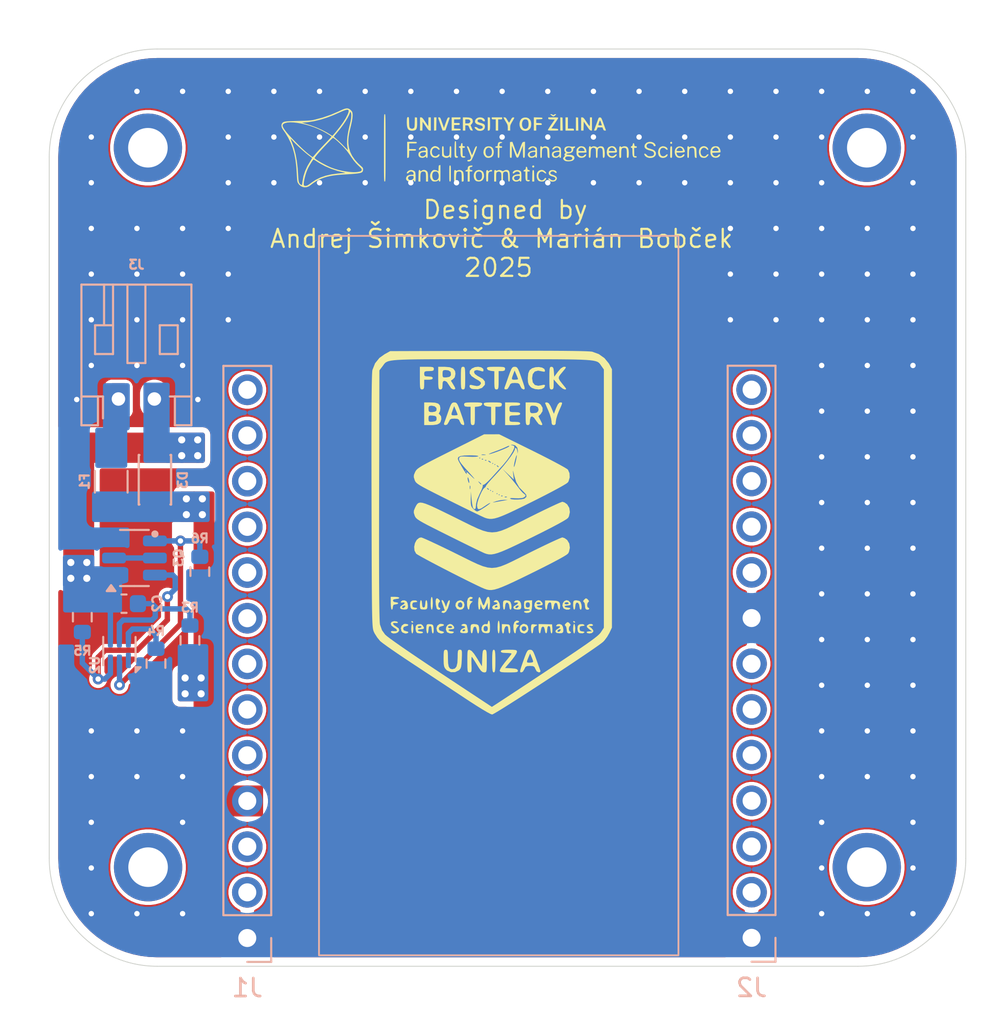
<source format=kicad_pcb>
(kicad_pcb (version 20241229) (generator "pcbnew") (generator_version "9.0")
  (layers (0 "F.Cu" signal) (2 "B.Cu" signal) (13 "F.Paste" user) (15 "B.Paste" user) (5 "F.SilkS" user "F.Silkscreen") (7 "B.SilkS" user "B.Silkscreen") (1 "F.Mask" user) (3 "B.Mask" user) (25 "Edge.Cuts" user))
  (net 0 "")
  (net 1 "SD_CS")
  (net 2 "UART0_TX")
  (net 3 "UART0_RX")
  (net 4 "MISO")
  (net 5 "MOSI")
  (net 6 "CAN_L")
  (net 7 "FLASH_RST")
  (net 8 "CAN_H")
  (net 9 "SCK")
  (net 10 "CS")
  (net 11 "SDA")
  (net 12 "FLASH_BOOT")
  (net 13 "SCL")
  (net 14 "USB_P_HD")
  (net 15 "USB_N_HD")
  (net 16 "GPIO17")
  (net 17 "CELL-")
  (net 18 "ADC_1")
  (net 19 "I2S_DOUT")
  (net 20 "I2S_DIN")
  (net 21 "I2S_LRCK")
  (net 22 "+3V3")
  (net 23 "BAT")
  (net 24 "Net-(U2-BAT)")
  (net 25 "PACK-")
  (net 26 "+5V")
  (net 27 "Net-(U2-V-)")
  (net 29 "Net-(J3-Pin_1)")
  (net 30 "Net-(Q3-S1{slash}D2-Pad2)")
  (net 31 "Net-(Q3-G2)")
  (net 32 "Net-(Q3-G1)")
  (footprint "BatteryFRISTACK:baterka" (layer "F.Cu") (at 150.14 109.91)
    (property "Reference" "REF**" (hide yes))
    (property "Value" "BATERKA" (hide yes))
  )
  (footprint "clipboard:622c10b6-db75-403c-84c1-658ef0b72b12" (layer "F.Cu") (at 170.460001 117.069999)
    (property "Reference" "" (at 0 0 0) (layer "F.SilkS") (effects (font (size 1.27 1.27))))
    (property "Value" "")
    (pad "1" thru_hole circle (at 0 1.9) (size 3.8 3.8) (drill 2.2) (layers "*.Cu" "*.Mask"))
  )
  (footprint "clipboard:622c10b6-db75-403c-84c1-658ef0b72b12" (layer "F.Cu") (at 170.460001 77.069999)
    (property "Reference" "" (at 0 0 0) (layer "F.SilkS") (effects (font (size 1.27 1.27))))
    (property "Value" "")
    (pad "1" thru_hole circle (at 0 1.9) (size 3.8 3.8) (drill 2.2) (layers "*.Cu" "*.Mask"))
  )
  (footprint "clipboard:622c10b6-db75-403c-84c1-658ef0b72b12" (layer "F.Cu") (at 130.470001 117.069999)
    (property "Reference" "" (at 0 0 0) (layer "F.SilkS") (effects (font (size 1.27 1.27))))
    (property "Value" "")
    (pad "1" thru_hole circle (at 0 1.9) (size 3.8 3.8) (drill 2.2) (layers "*.Cu" "*.Mask"))
  )
  (footprint "User_imports:fri_logo" (layer "F.Cu") (at 150.083094 79.02)
    (property "Reference" "G***" (hide yes))
    (property "Value" "LOGO" (hide yes))
  )
  (footprint "BatteryFRISTACK:battery" (layer "F.Cu") (at 149.255384 100.935987)
    (property "Reference" "G***" (hide yes))
    (property "Value" "LOGO" (hide yes))
  )
  (footprint "clipboard:622c10b6-db75-403c-84c1-658ef0b72b12" (layer "F.Cu") (at 130.460001 77.069999)
    (property "Reference" "" (at 0 0 0) (layer "F.SilkS") (effects (font (size 1.27 1.27))))
    (property "Value" "")
    (pad "1" thru_hole circle (at 0 1.9) (size 3.8 3.8) (drill 2.2) (layers "*.Cu" "*.Mask"))
  )
  (footprint "Package_TO_SOT_SMD:SOT-23-6" (layer "B.Cu") (at 129.71 101.78)
    (property "Reference" "Q3" (at 2.46 -0.01 90) (layer "B.SilkS") (effects (font (size 0.5 0.5) (thickness 0.125)) (justify mirror)))
    (property "Value" "DMG9926UDM")
    (pad "1" smd roundrect (at -1.1375 0.95) (size 1.325 0.6) (layers "B.Cu" "B.Mask" "B.Paste") (net 17 "CELL-"))
    (pad "2" smd roundrect (at -1.1375 0) (size 1.325 0.6) (layers "B.Cu" "B.Mask" "B.Paste") (net 30 "Net-(Q3-S1{slash}D2-Pad2)"))
    (pad "3" smd roundrect (at -1.1375 -0.95) (size 1.325 0.6) (layers "B.Cu" "B.Mask" "B.Paste") (net 25 "PACK-"))
    (pad "4" smd roundrect (at 1.1375 -0.95) (size 1.325 0.6) (layers "B.Cu" "B.Mask" "B.Paste") (net 31 "Net-(Q3-G2)"))
    (pad "5" smd roundrect (at 1.1375 0) (size 1.325 0.6) (layers "B.Cu" "B.Mask" "B.Paste") (net 30 "Net-(Q3-S1{slash}D2-Pad2)"))
    (pad "6" smd roundrect (at 1.1375 0.95) (size 1.325 0.6) (layers "B.Cu" "B.Mask" "B.Paste") (net 32 "Net-(Q3-G1)"))
  )
  (footprint "Resistor_SMD:R_0603_1608Metric" (layer "B.Cu") (at 130.91 107.65 -90)
    (property "Reference" "R4" (at -1.81 0 0) (layer "B.SilkS") (effects (font (size 0.5 0.5) (thickness 0.125)) (justify mirror)))
    (property "Value" "2.2k")
    (pad "1" smd roundrect (at -0.825 0 270) (size 0.8 0.95) (layers "B.Cu" "B.Mask" "B.Paste") (net 27 "Net-(U2-V-)"))
    (pad "2" smd roundrect (at 0.825 0 270) (size 0.8 0.95) (layers "B.Cu" "B.Mask" "B.Paste") (net 25 "PACK-"))
  )
  (footprint "Fuse:Fuse_1206_3216Metric" (layer "B.Cu") (at 128.42 97.54 90)
    (property "Reference" "F1" (at 0.01 -1.48 90) (layer "B.SilkS") (effects (font (size 0.5 0.5) (thickness 0.125)) (justify mirror)))
    (property "Value" "1206L150TH1")
    (pad "1" smd roundrect (at -1.4 0 90) (size 1.25 1.75) (layers "B.Cu" "B.Mask" "B.Paste") (roundrect_rratio 0.2) (net 23 "BAT"))
    (pad "2" smd roundrect (at 1.4 0 90) (size 1.25 1.75) (layers "B.Cu" "B.Mask" "B.Paste") (roundrect_rratio 0.2) (net 29 "Net-(J3-Pin_1)"))
  )
  (footprint "Resistor_SMD:R_0603_1608Metric" (layer "B.Cu") (at 132.8 106.36 90)
    (property "Reference" "R3" (at 1.82 0 0) (layer "B.SilkS") (effects (font (size 0.5 0.5) (thickness 0.125)) (justify mirror)))
    (property "Value" "330")
    (pad "1" smd roundrect (at -0.825 0 90) (size 0.8 0.95) (layers "B.Cu" "B.Mask" "B.Paste") (net 23 "BAT"))
    (pad "2" smd roundrect (at 0.825 0 90) (size 0.8 0.95) (layers "B.Cu" "B.Mask" "B.Paste") (net 24 "Net-(U2-BAT)"))
  )
  (footprint "Connector_PinSocket_2.54mm:PinSocket_1x13_P2.54mm_Vertical" (layer "B.Cu") (at 164.05 122.9)
    (property "Reference" "J2" (at 0 2.77 0) (layer "B.SilkS") (effects (justify mirror)))
    (property "Value" "Conn_01x13_Socket" (hide yes))
    (pad "1" thru_hole rect (at 0 0) (size 1.7 1.7) (drill 1) (layers "*.Cu" "*.Mask") (net 25 "PACK-"))
    (pad "2" thru_hole oval (at 0 -2.54) (size 1.7 1.7) (drill 1) (layers "*.Cu" "*.Mask") (net 6 "CAN_L"))
    (pad "3" thru_hole oval (at 0 -5.08) (size 1.7 1.7) (drill 1) (layers "*.Cu" "*.Mask") (net 8 "CAN_H"))
    (pad "4" thru_hole oval (at 0 -7.62) (size 1.7 1.7) (drill 1) (layers "*.Cu" "*.Mask") (net 5 "MOSI"))
    (pad "5" thru_hole oval (at 0 -10.16) (size 1.7 1.7) (drill 1) (layers "*.Cu" "*.Mask") (net 9 "SCK"))
    (pad "6" thru_hole oval (at 0 -12.7) (size 1.7 1.7) (drill 1) (layers "*.Cu" "*.Mask") (net 4 "MISO"))
    (pad "7" thru_hole oval (at 0 -15.24) (size 1.7 1.7) (drill 1) (layers "*.Cu" "*.Mask") (net 10 "CS"))
    (pad "8" thru_hole oval (at 0 -17.78) (size 1.7 1.7) (drill 1) (layers "*.Cu" "*.Mask") (net 25 "PACK-"))
    (pad "9" thru_hole oval (at 0 -20.32) (size 1.7 1.7) (drill 1) (layers "*.Cu" "*.Mask") (net 7 "FLASH_RST"))
    (pad "10" thru_hole oval (at 0 -22.86) (size 1.7 1.7) (drill 1) (layers "*.Cu" "*.Mask") (net 12 "FLASH_BOOT"))
    (pad "11" thru_hole oval (at 0 -25.4) (size 1.7 1.7) (drill 1) (layers "*.Cu" "*.Mask") (net 2 "UART0_TX"))
    (pad "12" thru_hole oval (at 0 -27.94) (size 1.7 1.7) (drill 1) (layers "*.Cu" "*.Mask") (net 3 "UART0_RX"))
    (pad "13" thru_hole oval (at 0 -30.48) (size 1.7 1.7) (drill 1) (layers "*.Cu" "*.Mask") (net 26 "+5V"))
  )
  (footprint "Resistor_SMD:R_0603_1608Metric" (layer "B.Cu") (at 126.81 105.07 90)
    (property "Reference" "R5" (at -1.87 0.01 180) (layer "B.SilkS") (effects (font (size 0.5 0.5) (thickness 0.125)) (justify mirror)))
    (property "Value" "5M")
    (pad "1" smd roundrect (at -0.825 0 90) (size 0.8 0.95) (layers "B.Cu" "B.Mask" "B.Paste") (net 32 "Net-(Q3-G1)"))
    (pad "2" smd roundrect (at 0.825 0 90) (size 0.8 0.95) (layers "B.Cu" "B.Mask" "B.Paste") (net 17 "CELL-"))
  )
  (footprint "BatteryFRISTACK:SODFL3718X102N" (layer "B.Cu") (at 130.85 97.43 90)
    (property "Reference" "D3" (at -0.01 1.55 90) (layer "B.SilkS") (effects (font (size 0.5 0.5) (thickness 0.125)) (justify mirror)))
    (property "Value" "SMF5.0A")
    (pad "A" smd rect (at 1.575 0 90) (size 1.08 1.09) (layers "B.Cu" "B.Mask" "B.Paste") (net 17 "CELL-"))
    (pad "C" smd rect (at -1.575 0 90) (size 1.08 1.09) (layers "B.Cu" "B.Mask" "B.Paste") (net 23 "BAT"))
  )
  (footprint "Resistor_SMD:R_0603_1608Metric" (layer "B.Cu") (at 133.35 102.54 -90)
    (property "Reference" "R6" (at -1.85 0 180) (layer "B.SilkS") (effects (font (size 0.5 0.5) (thickness 0.125)) (justify mirror)))
    (property "Value" "5M")
    (pad "1" smd roundrect (at -0.825 0 270) (size 0.8 0.95) (layers "B.Cu" "B.Mask" "B.Paste") (net 31 "Net-(Q3-G2)"))
    (pad "2" smd roundrect (at 0.825 0 270) (size 0.8 0.95) (layers "B.Cu" "B.Mask" "B.Paste") (net 25 "PACK-"))
  )
  (footprint "Connector_PinSocket_2.54mm:PinSocket_1x13_P2.54mm_Vertical" (layer "B.Cu") (at 135.99 122.91)
    (property "Reference" "J1" (at 0 2.77 0) (layer "B.SilkS") (effects (justify mirror)))
    (property "Value" "Conn_01x13_Socket" (hide yes))
    (pad "1" thru_hole rect (at 0 0) (size 1.7 1.7) (drill 1) (layers "*.Cu" "*.Mask") (net 25 "PACK-"))
    (pad "2" thru_hole oval (at 0 -2.54) (size 1.7 1.7) (drill 1) (layers "*.Cu" "*.Mask") (net 1 "SD_CS"))
    (pad "3" thru_hole oval (at 0 -5.08) (size 1.7 1.7) (drill 1) (layers "*.Cu" "*.Mask") (net 16 "GPIO17"))
    (pad "4" thru_hole oval (at 0 -7.62) (size 1.7 1.7) (drill 1) (layers "*.Cu" "*.Mask") (net 23 "BAT"))
    (pad "5" thru_hole oval (at 0 -10.16) (size 1.7 1.7) (drill 1) (layers "*.Cu" "*.Mask") (net 18 "ADC_1"))
    (pad "6" thru_hole oval (at 0 -12.7) (size 1.7 1.7) (drill 1) (layers "*.Cu" "*.Mask") (net 13 "SCL"))
    (pad "7" thru_hole oval (at 0 -15.24) (size 1.7 1.7) (drill 1) (layers "*.Cu" "*.Mask") (net 11 "SDA"))
    (pad "8" thru_hole oval (at 0 -17.78) (size 1.7 1.7) (drill 1) (layers "*.Cu" "*.Mask") (net 19 "I2S_DOUT"))
    (pad "9" thru_hole oval (at 0 -20.32) (size 1.7 1.7) (drill 1) (layers "*.Cu" "*.Mask") (net 20 "I2S_DIN"))
    (pad "10" thru_hole oval (at 0 -22.86) (size 1.7 1.7) (drill 1) (layers "*.Cu" "*.Mask") (net 21 "I2S_LRCK"))
    (pad "11" thru_hole oval (at 0 -25.4) (size 1.7 1.7) (drill 1) (layers "*.Cu" "*.Mask") (net 14 "USB_P_HD"))
    (pad "12" thru_hole oval (at 0 -27.94) (size 1.7 1.7) (drill 1) (layers "*.Cu" "*.Mask") (net 15 "USB_N_HD"))
    (pad "13" thru_hole oval (at 0 -30.48) (size 1.7 1.7) (drill 1) (layers "*.Cu" "*.Mask") (net 22 "+3V3"))
  )
  (footprint "Package_SON:WSON-6_1.5x1.5mm_P0.5mm" (layer "B.Cu") (at 128.8725 106.9525 90)
    (property "Reference" "U2" (at -0.7775 -1.3625 90) (layer "B.SilkS") (effects (font (size 0.5 0.5) (thickness 0.125)) (justify mirror)))
    (property "Value" "BQ29700DSER")
    (pad "1" smd roundrect (at -0.525 0.5 180) (size 0.28 0.85) (layers "B.Cu" "B.Mask" "B.Paste"))
    (pad "2" smd roundrect (at -0.575 0 180) (size 0.28 0.75) (layers "B.Cu" "B.Mask" "B.Paste") (net 31 "Net-(Q3-G2)"))
    (pad "3" smd roundrect (at -0.575 -0.5 180) (size 0.28 0.75) (layers "B.Cu" "B.Mask" "B.Paste") (net 32 "Net-(Q3-G1)"))
    (pad "4" smd roundrect (at 0.575 -0.5 180) (size 0.28 0.75) (layers "B.Cu" "B.Mask" "B.Paste") (net 17 "CELL-"))
    (pad "5" smd roundrect (at 0.575 0 180) (size 0.28 0.75) (layers "B.Cu" "B.Mask" "B.Paste") (net 24 "Net-(U2-BAT)"))
    (pad "6" smd roundrect (at 0.575 0.5 180) (size 0.28 0.75) (layers "B.Cu" "B.Mask" "B.Paste") (net 27 "Net-(U2-V-)"))
  )
  (footprint "Capacitor_SMD:C_0603_1608Metric" (layer "B.Cu") (at 129.13 104.32 180)
    (property "Reference" "C2" (at -1.85 0.01 90) (layer "B.SilkS") (effects (font (size 0.5 0.5) (thickness 0.125)) (justify mirror)))
    (property "Value" "0.1uF")
    (pad "1" smd roundrect (at -0.775 0 180) (size 0.9 0.95) (layers "B.Cu" "B.Mask" "B.Paste") (net 24 "Net-(U2-BAT)"))
    (pad "2" smd roundrect (at 0.775 0 180) (size 0.9 0.95) (layers "B.Cu" "B.Mask" "B.Paste") (net 17 "CELL-"))
  )
  (footprint "BatteryFRISTACK:baterka" (layer "B.Cu") (at 150.48 103.87 90)
    (property "Reference" "REF**" (hide yes))
    (property "Value" "BATERKA")
  )
  (footprint "Connector_JST:JST_PH_S2B-PH-K_1x02_P2.00mm_Horizontal" (layer "B.Cu") (at 128.82 92.94)
    (property "Reference" "J3" (at 1 -7.47 0) (layer "B.SilkS") (effects (font (size 0.5 0.5) (thickness 0.125)) (justify mirror)))
    (property "Value" "BAT")
    (pad "1" thru_hole roundrect (at 0 0) (size 1.2 1.75) (drill 0.75) (layers "*.Cu" "*.Mask") (roundrect_rratio 0.208333) (net 29 "Net-(J3-Pin_1)"))
    (pad "2" thru_hole oval (at 2 0) (size 1.2 1.75) (drill 0.75) (layers "*.Cu" "*.Mask") (net 17 "CELL-"))
  )
  (gr_line (start 124.97 118.48) (end 124.97 79.48) (stroke (width 0.05)) (layer "Edge.Cuts"))
  (gr_arc (start 175.97 118.48) (mid 174.212641 122.722642) (end 169.97 124.48) (stroke (width 0.05)) (layer "Edge.Cuts"))
  (gr_arc (start 169.97 73.48) (mid 174.212641 75.237359) (end 175.97 79.48) (stroke (width 0.05)) (layer "Edge.Cuts"))
  (gr_arc (start 124.97 79.48) (mid 126.727359 75.237359) (end 130.97 73.48) (stroke (width 0.05)) (layer "Edge.Cuts"))
  (gr_arc (start 130.97 124.48) (mid 126.727359 122.722641) (end 124.97 118.48) (stroke (width 0.05)) (layer "Edge.Cuts"))
  (gr_line (start 169.97 124.48) (end 130.97 124.48) (stroke (width 0.05)) (layer "Edge.Cuts"))
  (gr_line (start 130.97 73.48) (end 169.97 73.48) (stroke (width 0.05)) (layer "Edge.Cuts"))
  (gr_line (start 175.97 79.48) (end 175.97 118.48) (stroke (width 0.05)) (layer "Edge.Cuts"))
  (gr_text "		 Designed by\nAndrej Šimkovič & Marián Bobček\n		    2025" (at 137.173094 86.22 -0) (layer "F.SilkS") (effects (font (size 1 1) (thickness 0.125) (bold yes)) (justify left bottom)))
  (segment (start 164.049836 94.965206) (end 164.05261 94.965206) (width 0.3) (layer "F.Cu") (net 3))
  (segment (start 164.078086 117.853456) (end 164.049836 117.825206) (width 0.3) (layer "F.Cu") (net 8))
  (segment (start 164.00611 100.045206) (end 164.049836 100.045206) (width 0.3) (layer "F.Cu") (net 12))
  (segment (start 135.999836 110.205206) (end 135.998086 110.203456) (width 0.3) (layer "F.Cu") (net 13))
  (via (at 133.23 96.09) (size 0.8) (drill 0.4) (layers "F.Cu" "B.Cu") (net 17))
  (via (at 132.34 96.09) (size 0.8) (drill 0.4) (layers "F.Cu" "B.Cu") (net 17))
  (via (at 126.17 102.91) (size 0.8) (drill 0.4) (layers "F.Cu" "B.Cu") (net 17))
  (via (at 132.34 95.21) (size 0.8) (drill 0.4) (layers "F.Cu" "B.Cu") (net 17))
  (via (at 127.06 102.91) (size 0.8) (drill 0.4) (layers "F.Cu" "B.Cu") (net 17))
  (via (at 126.17 102.03) (size 0.8) (drill 0.4) (layers "F.Cu" "B.Cu") (net 17))
  (via (at 133.23 95.21) (size 0.8) (drill 0.4) (layers "F.Cu" "B.Cu") (net 17))
  (via (at 127.06 102.03) (size 0.8) (drill 0.4) (layers "F.Cu" "B.Cu") (net 17))
  (segment (start 128.355 104.32) (end 128.355 104.765) (width 0.3) (layer "B.Cu") (net 17))
  (segment (start 128.355 104.765) (end 128.37 104.78) (width 0.3) (layer "B.Cu") (net 17))
  (segment (start 128.3725 104.3375) (end 128.355 104.32) (width 0.3) (layer "B.Cu") (net 17))
  (segment (start 128.3725 106.3775) (end 128.3725 104.3375) (width 0.3) (layer "B.Cu") (net 17))
  (via (at 133.49 98.49) (size 0.8) (drill 0.4) (layers "F.Cu" "B.Cu") (net 23))
  (via (at 132.6 99.37) (size 0.8) (drill 0.4) (layers "F.Cu" "B.Cu") (net 23))
  (via (at 133.49 99.37) (size 0.8) (drill 0.4) (layers "F.Cu" "B.Cu") (net 23))
  (via (at 132.53 109.33) (size 0.8) (drill 0.4) (layers "F.Cu" "B.Cu") (net 23))
  (via (at 133.42 108.45) (size 0.8) (drill 0.4) (layers "F.Cu" "B.Cu") (net 23))
  (via (at 132.53 108.45) (size 0.8) (drill 0.4) (layers "F.Cu" "B.Cu") (net 23))
  (via (at 132.6 98.49) (size 0.8) (drill 0.4) (layers "F.Cu" "B.Cu") (net 23))
  (via (at 133.42 109.33) (size 0.8) (drill 0.4) (layers "F.Cu" "B.Cu") (net 23))
  (segment (start 130.87 105.05) (end 130.69 105.23) (width 0.3) (layer "B.Cu") (net 24))
  (segment (start 130.98 104.61) (end 130.69 104.32) (width 0.3) (layer "B.Cu") (net 24))
  (segment (start 132.59 104.61) (end 130.98 104.61) (width 0.3) (layer "B.Cu") (net 24))
  (segment (start 130.98 104.61) (end 130.98 104.6) (width 0.3) (layer "B.Cu") (net 24))
  (segment (start 132.8 105.535) (end 132.8 104.82) (width 0.3) (layer "B.Cu") (net 24))
  (segment (start 130.98 104.6) (end 130.87 104.71) (width 0.3) (layer "B.Cu") (net 24))
  (segment (start 130.69 105.23) (end 129.08 105.23) (width 0.3) (layer "B.Cu") (net 24))
  (segment (start 128.8725 105.4375) (end 128.8725 106.3775) (width 0.3) (layer "B.Cu") (net 24))
  (segment (start 129.08 105.23) (end 128.8725 105.4375) (width 0.3) (layer "B.Cu") (net 24))
  (segment (start 132.8 104.82) (end 132.59 104.61) (width 0.3) (layer "B.Cu") (net 24))
  (segment (start 130.69 104.32) (end 129.905 104.32) (width 0.3) (layer "B.Cu") (net 24))
  (segment (start 130.87 104.71) (end 130.87 105.05) (width 0.3) (layer "B.Cu") (net 24))
  (via (at 173.029836 106.315206) (size 0.6) (drill 0.3) (layers "F.Cu" "B.Cu") (net 25))
  (via (at 173.029836 91.075206) (size 0.6) (drill 0.3) (layers "F.Cu" "B.Cu") (net 25))
  (via (at 162.869836 88.535206) (size 0.6) (drill 0.3) (layers "F.Cu" "B.Cu") (net 25))
  (via (at 173.029836 75.835206) (size 0.6) (drill 0.3) (layers "F.Cu" "B.Cu") (net 25))
  (via (at 140.009836 78.375206) (size 0.6) (drill 0.3) (layers "F.Cu" "B.Cu") (net 25))
  (via (at 129.849836 91.075206) (size 0.6) (drill 0.3) (layers "F.Cu" "B.Cu") (net 25))
  (via (at 132.389836 75.835206) (size 0.6) (drill 0.3) (layers "F.Cu" "B.Cu") (net 25))
  (via (at 129.849836 111.395206) (size 0.6) (drill 0.3) (layers "F.Cu" "B.Cu") (net 25))
  (via (at 170.489836 96.155206) (size 0.6) (drill 0.3) (layers "F.Cu" "B.Cu") (net 25))
  (via (at 152.709836 78.375206) (size 0.6) (drill 0.3) (layers "F.Cu" "B.Cu") (net 25))
  (via (at 170.489836 101.235206) (size 0.6) (drill 0.3) (layers "F.Cu" "B.Cu") (net 25))
  (via (at 150.169836 78.375206) (size 0.6) (drill 0.3) (layers "F.Cu" "B.Cu") (net 25))
  (via (at 170.489836 103.775206) (size 0.6) (drill 0.3) (layers "F.Cu" "B.Cu") (net 25))
  (via (at 137.469836 78.375206) (size 0.6) (drill 0.3) (layers "F.Cu" "B.Cu") (net 25))
  (via (at 127.309836 83.455206) (size 0.6) (drill 0.3) (layers "F.Cu" "B.Cu") (net 25))
  (via (at 167.949836 103.775206) (size 0.6) (drill 0.3) (layers "F.Cu" "B.Cu") (net 25))
  (via (at 173.029836 103.775206) (size 0.6) (drill 0.3) (layers "F.Cu" "B.Cu") (net 25))
  (via (at 167.949836 98.695206) (size 0.6) (drill 0.3) (layers "F.Cu" "B.Cu") (net 25))
  (via (at 167.949836 121.555206) (size 0.6) (drill 0.3) (layers "F.Cu" "B.Cu") (net 25))
  (via (at 127.309836 119.015206) (size 0.6) (drill 0.3) (layers "F.Cu" "B.Cu") (net 25))
  (via (at 170.489836 75.835206) (size 0.6) (drill 0.3) (layers "F.Cu" "B.Cu") (net 25))
  (via (at 147.629836 80.915206) (size 0.6) (drill 0.3) (layers "F.Cu" "B.Cu") (net 25))
  (via (at 134.929836 83.455206) (size 0.6) (drill 0.3) (layers "F.Cu" "B.Cu") (net 25))
  (via (at 167.949836 116.475206) (size 0.6) (drill 0.3) (layers "F.Cu" "B.Cu") (net 25))
  (via (at 162.869836 80.915206) (size 0.6) (drill 0.3) (layers "F.Cu" "B.Cu") (net 25))
  (via (at 170.489836 113.935206) (size 0.6) (drill 0.3) (layers "F.Cu" "B.Cu") (net 25))
  (via (at 173.029836 80.915206) (size 0.6) (drill 0.3) (layers "F.Cu" "B.Cu") (net 25))
  (via (at 173.029836 101.235206) (size 0.6) (drill 0.3) (layers "F.Cu" "B.Cu") (net 25))
  (via (at 173.029836 113.935206) (size 0.6) (drill 0.3) (layers "F.Cu" "B.Cu") (net 25))
  (via (at 134.929836 85.995206) (size 0.6) (drill 0.3) (layers "F.Cu" "B.Cu") (net 25))
  (via (at 162.869836 75.835206) (size 0.6) (drill 0.3) (layers "F.Cu" "B.Cu") (net 25))
  (via (at 170.489836 121.555206) (size 0.6) (drill 0.3) (layers "F.Cu" "B.Cu") (net 25))
  (via (at 162.869836 83.455206) (size 0.6) (drill 0.3) (layers "F.Cu" "B.Cu") (net 25))
  (via (at 127.309836 91.075206) (size 0.6) (drill 0.3) (layers "F.Cu" "B.Cu") (net 25))
  (via (at 165.409836 85.995206) (size 0.6) (drill 0.3) (layers "F.Cu" "B.Cu") (net 25))
  (via (at 129.849836 88.535206) (size 0.6) (drill 0.3) (layers "F.Cu" "B.Cu") (net 25))
  (via (at 127.309836 78.375206) (size 0.6) (drill 0.3) (layers "F.Cu" "B.Cu") (net 25))
  (via (at 173.029836 83.455206) (size 0.6) (drill 0.3) (layers "F.Cu" "B.Cu") (net 25))
  (via (at 170.489836 106.315206) (size 0.6) (drill 0.3) (layers "F.Cu" "B.Cu") (net 25))
  (via (at 167.949836 75.835206) (size 0.6) (drill 0.3) (layers "F.Cu" "B.Cu") (net 25))
  (via (at 167.949836 85.995206) (size 0.6) (drill 0.3) (layers "F.Cu" "B.Cu") (net 25))
  (via (at 134.929836 75.835206) (size 0.6) (drill 0.3) (layers "F.Cu" "B.Cu") (net 25))
  (via (at 173.029836 85.995206) (size 0.6) (drill 0.3) (layers "F.Cu" "B.Cu") (net 25))
  (via (at 127.309836 121.555206) (size 0.6) (drill 0.3) (layers "F.Cu" "B.Cu") (net 25))
  (via (at 147.629836 78.375206) (size 0.6) (drill 0.3) (layers "F.Cu" "B.Cu") (net 25))
  (via (at 173.029836 111.395206) (size 0.6) (drill 0.3) (layers "F.Cu" "B.Cu") (net 25))
  (via (at 167.949836 80.915206) (size 0.6) (drill 0.3) (layers "F.Cu" "B.Cu") (net 25))
  (via (at 160.329836 78.375206) (size 0.6) (drill 0.3) (layers "F.Cu" "B.Cu") (net 25))
  (via (at 167.949836 111.395206) (size 0.6) (drill 0.3) (layers "F.Cu" "B.Cu") (net 25))
  (via (at 129.849836 83.455206) (size 0.6) (drill 0.3) (layers "F.Cu" "B.Cu") (net 25))
  (via (at 170.489836 108.855206) (size 0.6) (drill 0.3) (layers "F.Cu" "B.Cu") (net 25))
  (via (at 142.549836 78.375206) (size 0.6) (drill 0.3) (layers "F.Cu" "B.Cu") (net 25))
  (via (at 142.549836 75.835206) (size 0.6) (drill 0.3) (layers "F.Cu" "B.Cu") (net 25))
  (via (at 129.849836 121.555206) (size 0.6) (drill 0.3) (layers "F.Cu" "B.Cu") (net 25))
  (via (at 170.489836 91.075206) (size 0.6) (drill 0.3) (layers "F.Cu" "B.Cu") (net 25))
  (via (at 132.389836 91.075206) (size 0.6) (drill 0.3) (layers "F.Cu" "B.Cu") (net 25))
  (via (at 155.249836 75.835206) (size 0.6) (drill 0.3) (layers "F.Cu" "B.Cu") (net 25))
  (via (at 167.949836 93.615206) (size 0.6) (drill 0.3) (layers "F.Cu" "B.Cu") (net 25))
  (via (at 155.249836 78.375206) (size 0.6) (drill 0.3) (layers "F.Cu" "B.Cu") (net 25))
  (via (at 134.929836 78.375206) (size 0.6) (drill 0.3) (layers "F.Cu" "B.Cu") (net 25))
  (via (at 173.029836 119.015206) (size 0.6) (drill 0.3) (layers "F.Cu" "B.Cu") (net 25))
  (via (at 170.489836 93.615206) (size 0.6) (drill 0.3) (layers "F.Cu" "B.Cu") (net 25))
  (via (at 132.389836 111.395206) (size 0.6) (drill 0.3) (layers "F.Cu" "B.Cu") (net 25))
  (via (at 132.389836 85.995206) (size 0.6) (drill 0.3) (layers "F.Cu" "B.Cu") (net 25))
  (via (at 126.5 92.97) (size 0.6) (drill 0.3) (layers "F.Cu" "B.Cu") (net 25))
  (via (at 127.309836 116.475206) (size 0.6) (drill 0.3) (layers "F.Cu" "B.Cu") (net 25))
  (via (at 170.489836 88.535206) (size 0.6) (drill 0.3) (layers "F.Cu" "B.Cu") (net 25))
  (via (at 137.469836 80.915206) (size 0.6) (drill 0.3) (layers "F.Cu" "B.Cu") (net 25))
  (via (at 132.389836 88.535206) (size 0.6) (drill 0.3) (layers "F.Cu" "B.Cu") (net 25))
  (via (at 167.949836 78.375206) (size 0.6) (drill 0.3) (layers "F.Cu" "B.Cu") (net 25))
  (via (at 127.309836 80.915206) (size 0.6) (drill 0.3) (layers "F.Cu" "B.Cu") (net 25))
  (via (at 152.709836 75.835206) (size 0.6) (drill 0.3) (layers "F.Cu" "B.Cu") (net 25))
  (via (at 132.389836 83.455206) (size 0.6) (drill 0.3) (layers "F.Cu" "B.Cu") (net 25))
  (via (at 134.929836 88.535206) (size 0.6) (drill 0.3) (layers "F.Cu" "B.Cu") (net 25))
  (via (at 173.029836 108.855206) (size 0.6) (drill 0.3) (layers "F.Cu" "B.Cu") (net 25))
  (via (at 165.409836 80.915206) (size 0.6) (drill 0.3) (layers "F.Cu" "B.Cu") (net 25))
  (via (at 133.24 92.97) (size 0.6) (drill 0.3) (layers "F.Cu" "B.Cu") (net 25))
  (via (at 132.389836 121.555206) (size 0.6) (drill 0.3) (layers "F.Cu" "B.Cu") (net 25))
  (via (at 150.169836 75.835206) (size 0.6) (drill 0.3) (layers "F.Cu" "B.Cu") (net 25))
  (via (at 155.249836 80.915206) (size 0.6) (drill 0.3) (layers "F.Cu" "B.Cu") (net 25))
  (via (at 157.789836 80.915206) (size 0.6) (drill 0.3) (layers "F.Cu" "B.Cu") (net 25))
  (via (at 173.029836 98.695206) (size 0.6) (drill 0.3) (layers "F.Cu" "B.Cu") (net 25))
  (via (at 127.309836 111.395206) (size 0.6) (drill 0.3) (layers "F.Cu" "B.Cu") (net 25))
  (via (at 165.409836 83.455206) (size 0.6) (drill 0.3) (layers "F.Cu" "B.Cu") (net 25))
  (via (at 160.329836 80.915206) (size 0.6) (drill 0.3) (layers "F.Cu" "B.Cu") (net 25))
  (via (at 134.929836 80.915206) (size 0.6) (drill 0.3) (layers "F.Cu" "B.Cu") (net 25))
  (via (at 129.849836 113.935206) (size 0.6) (drill 0.3) (layers "F.Cu" "B.Cu") (net 25))
  (via (at 173.029836 88.535206) (size 0.6) (drill 0.3) (layers "F.Cu" "B.Cu") (net 25))
  (via (at 152.709836 80.915206) (size 0.6) (drill 0.3) (layers "F.Cu" "B.Cu") (net 25))
  (via (at 129.849836 75.835206) (size 0.6) (drill 0.3) (layers "F.Cu" "B.Cu") (net 25))
  (via (at 173.029836 121.555206) (size 0.6) (drill 0.3) (layers "F.Cu" "B.Cu") (net 25))
  (via (at 145.089836 75.835206) (size 0.6) (drill 0.3) (layers "F.Cu" "B.Cu") (net 25))
  (via (at 173.029836 96.155206) (size 0.6) (drill 0.3) (layers "F.Cu" "B.Cu") (net 25))
  (via (at 167.949836 91.075206) (size 0.6) (drill 0.3) (layers "F.Cu" "B.Cu") (net 25))
  (via (at 170.489836 98.695206) (size 0.6) (drill 0.3) (layers "F.Cu" "B.Cu") (net 25))
  (via (at 173.029836 93.615206) (size 0.6) (drill 0.3) (layers "F.Cu" "B.Cu") (net 25))
  (via (at 160.329836 75.835206) (size 0.6) (drill 0.3) (layers "F.Cu" "B.Cu") (net 25))
  (via (at 140.009836 80.915206) (size 0.6) (drill 0.3) (layers "F.Cu" "B.Cu") (net 25))
  (via (at 165.409836 75.835206) (size 0.6) (drill 0.3) (layers "F.Cu" "B.Cu") (net 25))
  (via (at 167.949836 83.455206) (size 0.6) (drill 0.3) (layers "F.Cu" "B.Cu") (net 25))
  (via (at 132.389836 116.475206) (size 0.6) (drill 0.3) (layers "F.Cu" "B.Cu") (net 25))
  (via (at 127.309836 88.535206) (size 0.6) (drill 0.3) (layers "F.Cu" "B.Cu") (net 25))
  (via (at 167.949836 96.155206) (size 0.6) (drill 0.3) (layers "F.Cu" "B.Cu") (net 25))
  (via (at 137.469836 75.835206) (size 0.6) (drill 0.3) (layers "F.Cu" "B.Cu") (net 25))
  (via (at 167.949836 119.015206) (size 0.6) (drill 0.3) (layers "F.Cu" "B.Cu") (net 25))
  (via (at 127.309836 85.995206) (size 0.6) (drill 0.3) (layers "F.Cu" "B.Cu") (net 25))
  (via (at 170.489836 83.455206) (size 0.6) (drill 0.3) (layers "F.Cu" "B.Cu") (net 25))
  (via (at 173.029836 116.475206) (size 0.6) (drill 0.3) (layers "F.Cu" "B.Cu") (net 25))
  (via (at 167.949836 113.935206) (size 0.6) (drill 0.3) (layers "F.Cu" "B.Cu") (net 25))
  (via (at 157.789836 75.835206) (size 0.6) (drill 0.3) (layers "F.Cu" "B.Cu") (net 25))
  (via (at 127.309836 113.935206) (size 0.6) (drill 0.3) (layers "F.Cu" "B.Cu") (net 25))
  (via (at 173.029836 78.375206) (size 0.6) (drill 0.3) (layers "F.Cu" "B.Cu") (net 25))
  (via (at 170.489836 111.395206) (size 0.6) (drill 0.3) (layers "F.Cu" "B.Cu") (net 25))
  (via (at 132.389836 113.935206) (size 0.6) (drill 0.3) (layers "F.Cu" "B.Cu") (net 25))
  (via (at 145.089836 80.915206) (size 0.6) (drill 0.3) (layers "F.Cu" "B.Cu") (net 25))
  (via (at 167.949836 101.235206) (size 0.6) (drill 0.3) (layers "F.Cu" "B.Cu") (net 25))
  (via (at 162.869836 85.995206) (size 0.6) (drill 0.3) (layers "F.Cu" "B.Cu") (net 25))
  (via (at 167.949836 88.535206) (size 0.6) (drill 0.3) (layers "F.Cu" "B.Cu") (net 25))
  (via (at 140.009836 75.835206) (size 0.6) (drill 0.3) (layers "F.Cu" "B.Cu") (net 25))
  (via (at 145.089836 78.375206) (size 0.6) (drill 0.3) (layers "F.Cu" "B.Cu") (net 25))
  (via (at 165.409836 88.535206) (size 0.6) (drill 0.3) (layers "F.Cu" "B.Cu") (net 25))
  (via (at 150.169836 80.915206) (size 0.6) (drill 0.3) (layers "F.Cu" "B.Cu") (net 25))
  (via (at 162.869836 78.375206) (size 0.6) (drill 0.3) (layers "F.Cu" "B.Cu") (net 25))
  (via (at 129.849836 85.995206) (size 0.6) (drill 0.3) (layers "F.Cu" "B.Cu") (net 25))
  (via (at 167.949836 106.315206) (size 0.6) (drill 0.3) (layers "F.Cu" "B.Cu") (net 25))
  (via (at 157.789836 78.375206) (size 0.6) (drill 0.3) (layers "F.Cu" "B.Cu") (net 25))
  (via (at 147.629836 75.835206) (size 0.6) (drill 0.3) (layers "F.Cu" "B.Cu") (net 25))
  (via (at 165.409836 78.375206) (size 0.6) (drill 0.3) (layers "F.Cu" "B.Cu") (net 25))
  (via (at 167.949836 108.855206) (size 0.6) (drill 0.3) (layers "F.Cu" "B.Cu") (net 25))
  (via (at 142.549836 80.915206) (size 0.6) (drill 0.3) (layers "F.Cu" "B.Cu") (net 25))
  (via (at 170.489836 85.995206) (size 0.6) (drill 0.3) (layers "F.Cu" "B.Cu") (net 25))
  (segment (start 129.599 105.741) (end 129.3725 105.9675) (width 0.3) (layer "B.Cu") (net 27))
  (segment (start 129.862 105.73) (end 129.861 105.731) (width 0.3) (layer "B.Cu") (net 27))
  (segment (start 130.91 106.825) (end 130.91 106.07) (width 0.3) (layer "B.Cu") (net 27))
  (segment (start 130.57 105.73) (end 129.862 105.73) (width 0.3) (layer "B.Cu") (net 27))
  (segment (start 129.861 105.731) (end 129.609 105.731) (width 0.3) (layer "B.Cu") (net 27))
  (segment (start 129.3725 105.9675) (end 129.3725 106.3775) (width 0.3) (layer "B.Cu") (net 27))
  (segment (start 130.91 106.07) (end 130.57 105.73) (width 0.3) (layer "B.Cu") (net 27))
  (segment (start 130.8475 101.78) (end 128.5725 101.78) (width 0.3) (layer "B.Cu") (net 30))
  (segment (start 128.88 108.84) (end 128.89 108.84) (width 0.3) (layer "F.Cu") (net 31))
  (segment (start 132.27 105.46) (end 132.27 100.83) (width 0.3) (layer "F.Cu") (net 31))
  (segment (start 128.89 108.84) (end 132.27 105.46) (width 0.3) (layer "F.Cu") (net 31))
  (via (at 128.88 108.84) (size 0.6) (drill 0.3) (layers "F.Cu" "B.Cu") (net 31))
  (via (at 132.27 100.83) (size 0.6) (drill 0.3) (layers "F.Cu" "B.Cu") (net 31))
  (segment (start 133.2 100.83) (end 133.35 100.98) (width 0.3) (layer "B.Cu") (net 31))
  (segment (start 133.35 100.98) (end 133.35 101.715) (width 0.3) (layer "B.Cu") (net 31))
  (segment (start 128.88 108.84) (end 128.88 107.535) (width 0.3) (layer "B.Cu") (net 31))
  (segment (start 130.8475 100.83) (end 132.27 100.83) (width 0.3) (layer "B.Cu") (net 31))
  (segment (start 128.88 107.535) (end 128.8725 107.5275) (width 0.3) (layer "B.Cu") (net 31))
  (segment (start 132.27 100.83) (end 133.2 100.83) (width 0.3) (layer "B.Cu") (net 31))
  (segment (start 128.08 106.91) (end 129.86 106.91) (width 0.3) (layer "F.Cu") (net 32))
  (segment (start 129.86 106.91) (end 131.54 105.23) (width 0.3) (layer "F.Cu") (net 32))
  (segment (start 127.69 108.51) (end 127.69 107.3) (width 0.3) (layer "F.Cu") (net 32))
  (segment (start 131.54 105.23) (end 131.54 103.94) (width 0.3) (layer "F.Cu") (net 32))
  (segment (start 131.54 103.94) (end 131.55 103.93) (width 0.3) (layer "F.Cu") (net 32))
  (segment (start 127.69 107.3) (end 128.08 106.91) (width 0.3) (layer "F.Cu") (net 32))
  (via (at 127.69 108.51) (size 0.6) (drill 0.3) (layers "F.Cu" "B.Cu") (net 32))
  (via (at 131.55 103.93) (size 0.6) (drill 0.3) (layers "F.Cu" "B.Cu") (net 32))
  (segment (start 127.69 108.51) (end 127.65 108.51) (width 0.3) (layer "B.Cu") (net 32))
  (segment (start 127.69 108.5) (end 126.81 107.62) (width 0.3) (layer "B.Cu") (net 32))
  (segment (start 127.69 108.51) (end 127.69 108.5) (width 0.3) (layer "B.Cu") (net 32))
  (segment (start 131.98 102.87) (end 131.84 102.73) (width 0.3) (layer "B.Cu") (net 32))
  (segment (start 127.69 108.51) (end 128.07 108.51) (width 0.3) (layer "B.Cu") (net 32))
  (segment (start 126.81 107.62) (end 126.81 105.895) (width 0.3) (layer "B.Cu") (net 32))
  (segment (start 131.84 102.73) (end 130.8475 102.73) (width 0.3) (layer "B.Cu") (net 32))
  (segment (start 128.3725 108.2075) (end 128.3725 107.5275) (width 0.3) (layer "B.Cu") (net 32))
  (segment (start 131.98 103.5) (end 131.98 102.87) (width 0.3) (layer "B.Cu") (net 32))
  (segment (start 128.07 108.51) (end 128.3725 108.2075) (width 0.3) (layer "B.Cu") (net 32))
  (segment (start 131.55 103.93) (end 131.98 103.5) (width 0.3) (layer "B.Cu") (net 32))
  (zone (net 0) (net_name "") (layer "F.Cu") (connect_pads yes (clearance 0)) (min_thickness 0.25)
    (keepout (tracks allowed) (vias allowed) (pads allowed) (copperpour not_allowed) (footprints allowed))
    (fill (thermal_gap 0.5) (thermal_bridge_width 0.5))
    (polygon (pts (xy 131.8 99.83) (xy 132.44 99.83) (xy 132.44 101.04) (xy 131.8 101.04)))
  )
  (zone (net 17) (net_name "CELL-") (layer "F.Cu") (priority 2) (connect_pads yes (clearance 0.3)) (min_thickness 0.25) (fill yes (thermal_gap 0.5) (thermal_bridge_width 0.5))
    (polygon (pts (xy 125.75 103.33) (xy 125.75 94.81) (xy 127.47 94.81) (xy 127.47 103.33)))
  )
  (zone (net 17) (net_name "CELL-") (layer "F.Cu") (priority 2) (connect_pads yes (clearance 0.3)) (min_thickness 0.25) (fill yes (thermal_gap 0.5) (thermal_bridge_width 0.5))
    (polygon (pts (xy 126.9 94.81) (xy 131.66 94.81) (xy 131.66 96.49) (xy 126.9 96.49)))
  )
  (zone (net 23) (net_name "BAT") (layer "F.Cu") (priority 2) (connect_pads yes (clearance 0.3)) (min_thickness 0.25) (fill yes (thermal_gap 0.5) (thermal_bridge_width 0.5))
    (polygon (pts (xy 132.18 98.08) (xy 133.06 98.08) (xy 133.06 99.78) (xy 132.18 99.78)))
  )
  (zone (net 23) (net_name "BAT") (layer "F.Cu") (priority 2) (connect_pads yes (clearance 0.3)) (min_thickness 0.25) (fill yes (thermal_gap 0.5) (thermal_bridge_width 0.5))
    (polygon (pts (xy 132.12 108.05) (xy 133 108.05) (xy 133 109.75) (xy 132.12 109.75)))
  )
  (zone (net 23) (net_name "BAT") (layer "F.Cu") (priority 2) (connect_pads yes (clearance 0.3)) (min_thickness 0.25) (fill yes (thermal_gap 0.5) (thermal_bridge_width 0.5))
    (polygon (pts (xy 133 116.15) (xy 133 98.08) (xy 134.17 98.08) (xy 134.17 116.15)))
  )
  (zone (net 17) (net_name "CELL-") (layer "F.Cu") (priority 2) (connect_pads yes (clearance 0.3)) (min_thickness 0.25) (fill yes (thermal_gap 0.5) (thermal_bridge_width 0.5))
    (polygon (pts (xy 131.48 94.81) (xy 133.63 94.81) (xy 133.63 96.49) (xy 131.48 96.49)))
  )
  (zone (net 23) (net_name "BAT") (layer "F.Cu") (priority 2) (connect_pads yes (clearance 0.3)) (min_thickness 0.25) (fill yes (thermal_gap 0.5) (thermal_bridge_width 0.5))
    (polygon (pts (xy 133.73 114.43) (xy 136.87 114.43) (xy 136.87 116.15) (xy 133.73 116.15)))
  )
  (zone (net 25) (net_name "PACK-") (layers "F.Cu" "B.Cu") (connect_pads (clearance 0)) (min_thickness 0.25) (fill yes (thermal_gap 0.5) (thermal_bridge_width 0.5))
    (polygon (pts (xy 178.269836 127.715206) (xy 122.229836 127.705206) (xy 122.239836 70.755206) (xy 178.239836 70.755206)))
  )
  (zone (net 0) (net_name "") (layer "B.Cu") (connect_pads yes (clearance 0)) (min_thickness 0.25)
    (keepout (tracks allowed) (vias allowed) (pads allowed) (copperpour not_allowed) (footprints allowed))
    (fill (thermal_gap 0.5) (thermal_bridge_width 0.5))
    (polygon (pts (xy 129.7675 107.3) (xy 129.7675 106.08) (xy 130.2275 106.08) (xy 130.2275 107.3)))
  )
  (zone (net 0) (net_name "") (layer "B.Cu") (connect_pads yes (clearance 0)) (min_thickness 0.25)
    (keepout (tracks allowed) (vias allowed) (pads allowed) (copperpour not_allowed) (footprints allowed))
    (fill (thermal_gap 0.5) (thermal_bridge_width 0.5))
    (polygon (pts (xy 131.74 102.4) (xy 131.74 101.07) (xy 132.74 101.07) (xy 132.74 102.4)))
  )
  (zone (net 0) (net_name "") (layer "B.Cu") (connect_pads yes (clearance 0)) (min_thickness 0.25)
    (keepout (tracks allowed) (vias allowed) (pads allowed) (copperpour not_allowed) (footprints allowed))
    (fill (thermal_gap 0.5) (thermal_bridge_width 0.5))
    (polygon (pts (xy 131.79 99.82) (xy 134.15 99.82) (xy 134.15 101.03) (xy 131.79 101.03)))
  )
  (zone (net 29) (net_name "Net-(J3-Pin_1)") (layer "B.Cu") (priority 2) (connect_pads yes (clearance 0.3)) (min_thickness 0.25) (fill yes (thermal_gap 0.5) (thermal_bridge_width 0.5))
    (polygon (pts (xy 129.45 92.06) (xy 129.45 94.68) (xy 127.96 94.68) (xy 127.96 92.06)))
  )
  (zone (net 17) (net_name "CELL-") (layer "B.Cu") (priority 2) (connect_pads yes (clearance 0.2)) (min_thickness 0.25) (fill yes (thermal_gap 0.5) (thermal_bridge_width 0.5))
    (polygon (pts (xy 125.73 101.61) (xy 127.48 101.61) (xy 127.48 103.33) (xy 125.73 103.33)))
  )
  (zone (net 17) (net_name "CELL-") (layer "B.Cu") (priority 2) (connect_pads yes (clearance 0.3)) (min_thickness 0.25) (fill yes (thermal_gap 0.5) (thermal_bridge_width 0.5))
    (polygon (pts (xy 131.67 92.03) (xy 131.67 96.49) (xy 130.21 96.49) (xy 130.21 92.03)))
  )
  (zone (net 23) (net_name "BAT") (layer "B.Cu") (priority 2) (connect_pads yes (clearance 0.3)) (min_thickness 0.25) (fill yes (thermal_gap 0.5) (thermal_bridge_width 0.5))
    (polygon (pts (xy 132.12 109.75) (xy 132.12 106.57) (xy 133.82 106.57) (xy 133.82 109.75)))
  )
  (zone (net 0) (net_name "") (layer "B.Cu") (connect_pads yes (clearance 0)) (min_thickness 0.25)
    (keepout (tracks allowed) (vias allowed) (pads allowed) (copperpour not_allowed) (footprints allowed))
    (fill (thermal_gap 0.5) (thermal_bridge_width 0.5))
    (polygon (pts (xy 129.44 101.39) (xy 129.44 100.06) (xy 130.14 100.06) (xy 130.14 101.39)))
  )
  (zone (net 17) (net_name "CELL-") (layer "B.Cu") (priority 2) (connect_pads yes (clearance 0.2)) (min_thickness 0.25) (fill yes (thermal_gap 0.5) (thermal_bridge_width 0.5))
    (polygon (pts (xy 125.74 102.24) (xy 129.02 102.24) (xy 129.02 104.81) (xy 125.74 104.81)))
  )
  (zone (net 23) (net_name "BAT") (layer "B.Cu") (priority 2) (connect_pads yes (clearance 0.3)) (min_thickness 0.25) (fill yes (thermal_gap 0.5) (thermal_bridge_width 0.5))
    (polygon (pts (xy 131.21 98.08) (xy 133.9 98.08) (xy 133.9 99.78) (xy 131.21 99.78)))
  )
  (zone (net 0) (net_name "") (layer "B.Cu") (connect_pads yes (clearance 0)) (min_thickness 0.25)
    (keepout (tracks allowed) (vias allowed) (pads allowed) (copperpour not_allowed) (footprints allowed))
    (fill (thermal_gap 0.5) (thermal_bridge_width 0.5))
    (polygon (pts (xy 125.48 106.59) (xy 125.48 105.02) (xy 126.36 105.02) (xy 126.36 106.59)))
  )
  (zone (net 0) (net_name "") (layer "B.Cu") (connect_pads yes (clearance 0)) (min_thickness 0.25)
    (keepout (tracks allowed) (vias allowed) (pads allowed) (copperpour not_allowed) (footprints allowed))
    (fill (thermal_gap 0.5) (thermal_bridge_width 0.5))
    (polygon (pts (xy 131.71 104.18) (xy 131.71 102.39) (xy 132.59 102.39) (xy 132.59 104.18)))
  )
  (zone (net 25) (net_name "PACK-") (layer "B.Cu") (priority 1) (connect_pads yes (clearance 0.3)) (min_thickness 0.25) (fill yes (thermal_gap 0.5) (thermal_bridge_width 0.5))
    (polygon (pts (xy 178.239836 70.755206) (xy 178.269836 127.715206) (xy 122.229836 127.705206) (xy 122.239836 70.755206)))
  )
  (zone (net 17) (net_name "CELL-") (layer "B.Cu") (priority 2) (connect_pads yes (clearance 0.3)) (min_thickness 0.25) (fill yes (thermal_gap 0.5) (thermal_bridge_width 0.5))
    (polygon (pts (xy 131.48 94.81) (xy 133.63 94.81) (xy 133.63 96.49) (xy 131.48 96.49)))
  )
  (zone (net 23) (net_name "BAT") (layer "B.Cu") (priority 2) (connect_pads yes (clearance 0.3)) (min_thickness 0.25) (fill yes (thermal_gap 0.5) (thermal_bridge_width 0.5))
    (polygon (pts (xy 127.35 98.08) (xy 131.69 98.08) (xy 131.69 99.78) (xy 127.35 99.78)))
  )
  (zone (net 29) (net_name "Net-(J3-Pin_1)") (layer "B.Cu") (priority 2) (connect_pads yes (clearance 0.3)) (min_thickness 0.25) (fill yes (thermal_gap 0.5) (thermal_bridge_width 0.5))
    (polygon (pts (xy 129.31 94.53) (xy 129.31 96.77) (xy 127.53 96.77) (xy 127.53 94.53)))
  )
  (zone (net 0) (net_name "") (layer "B.Cu") (connect_pads yes (clearance 0)) (min_thickness 0.25)
    (keepout (tracks allowed) (vias allowed) (pads allowed) (copperpour not_allowed) (footprints allowed))
    (fill (thermal_gap 0.5) (thermal_bridge_width 0.5))
    (polygon (pts (xy 127.28 96.98) (xy 132.02 96.98) (xy 132.02 97.92) (xy 127.28 97.92)))
  )
  (zone (net 17) (net_name "CELL-") (layer "B.Cu") (priority 2) (connect_pads yes (clearance 0.2)) (min_thickness 0.25) (fill yes (thermal_gap 0.5) (thermal_bridge_width 0.5))
    (polygon (pts (xy 129.02 102.235625) (xy 129.370047 102.345014) (xy 129.369999 103.125946) (xy 129.02 103.23)))
  )
)
</source>
